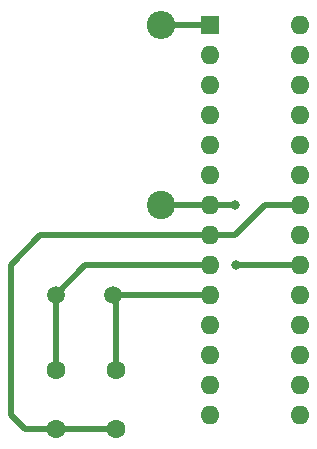
<source format=gbr>
%TF.GenerationSoftware,KiCad,Pcbnew,5.1.9-73d0e3b20d~88~ubuntu18.04.1*%
%TF.CreationDate,2021-02-09T13:12:28+05:30*%
%TF.ProjectId,temperature_sensor_atmega328,74656d70-6572-4617-9475-72655f73656e,rev?*%
%TF.SameCoordinates,Original*%
%TF.FileFunction,Copper,L1,Top*%
%TF.FilePolarity,Positive*%
%FSLAX46Y46*%
G04 Gerber Fmt 4.6, Leading zero omitted, Abs format (unit mm)*
G04 Created by KiCad (PCBNEW 5.1.9-73d0e3b20d~88~ubuntu18.04.1) date 2021-02-09 13:12:28*
%MOMM*%
%LPD*%
G01*
G04 APERTURE LIST*
%TA.AperFunction,ComponentPad*%
%ADD10O,1.600000X1.600000*%
%TD*%
%TA.AperFunction,ComponentPad*%
%ADD11R,1.600000X1.600000*%
%TD*%
%TA.AperFunction,ComponentPad*%
%ADD12O,2.400000X2.400000*%
%TD*%
%TA.AperFunction,ComponentPad*%
%ADD13C,2.400000*%
%TD*%
%TA.AperFunction,ComponentPad*%
%ADD14C,1.500000*%
%TD*%
%TA.AperFunction,ComponentPad*%
%ADD15C,1.600000*%
%TD*%
%TA.AperFunction,ViaPad*%
%ADD16C,0.800000*%
%TD*%
%TA.AperFunction,Conductor*%
%ADD17C,0.500000*%
%TD*%
%TA.AperFunction,Conductor*%
%ADD18C,0.250000*%
%TD*%
G04 APERTURE END LIST*
D10*
%TO.P,U1,28*%
%TO.N,Net-(U1-Pad28)*%
X143890000Y-57200000D03*
%TO.P,U1,14*%
%TO.N,Net-(U1-Pad14)*%
X136270000Y-90220000D03*
%TO.P,U1,27*%
%TO.N,Net-(U1-Pad27)*%
X143890000Y-59740000D03*
%TO.P,U1,13*%
%TO.N,Net-(U1-Pad13)*%
X136270000Y-87680000D03*
%TO.P,U1,26*%
%TO.N,Net-(U1-Pad26)*%
X143890000Y-62280000D03*
%TO.P,U1,12*%
%TO.N,Net-(U1-Pad12)*%
X136270000Y-85140000D03*
%TO.P,U1,25*%
%TO.N,Net-(U1-Pad25)*%
X143890000Y-64820000D03*
%TO.P,U1,11*%
%TO.N,Net-(U1-Pad11)*%
X136270000Y-82600000D03*
%TO.P,U1,24*%
%TO.N,Net-(U1-Pad24)*%
X143890000Y-67360000D03*
%TO.P,U1,10*%
%TO.N,Net-(C2-Pad1)*%
X136270000Y-80060000D03*
%TO.P,U1,23*%
%TO.N,Net-(U1-Pad23)*%
X143890000Y-69900000D03*
%TO.P,U1,9*%
%TO.N,Net-(C1-Pad1)*%
X136270000Y-77520000D03*
%TO.P,U1,22*%
%TO.N,Net-(C1-Pad2)*%
X143890000Y-72440000D03*
%TO.P,U1,8*%
X136270000Y-74980000D03*
%TO.P,U1,21*%
%TO.N,Net-(U1-Pad21)*%
X143890000Y-74980000D03*
%TO.P,U1,7*%
%TO.N,Net-(R1-Pad1)*%
X136270000Y-72440000D03*
%TO.P,U1,20*%
X143890000Y-77520000D03*
%TO.P,U1,6*%
%TO.N,Net-(U1-Pad6)*%
X136270000Y-69900000D03*
%TO.P,U1,19*%
%TO.N,Net-(U1-Pad19)*%
X143890000Y-80060000D03*
%TO.P,U1,5*%
%TO.N,Net-(U1-Pad5)*%
X136270000Y-67360000D03*
%TO.P,U1,18*%
%TO.N,Net-(U1-Pad18)*%
X143890000Y-82600000D03*
%TO.P,U1,4*%
%TO.N,Net-(U1-Pad4)*%
X136270000Y-64820000D03*
%TO.P,U1,17*%
%TO.N,Net-(U1-Pad17)*%
X143890000Y-85140000D03*
%TO.P,U1,3*%
%TO.N,Net-(U1-Pad3)*%
X136270000Y-62280000D03*
%TO.P,U1,16*%
%TO.N,Net-(U1-Pad16)*%
X143890000Y-87680000D03*
%TO.P,U1,2*%
%TO.N,Net-(U1-Pad2)*%
X136270000Y-59740000D03*
%TO.P,U1,15*%
%TO.N,Net-(U1-Pad15)*%
X143890000Y-90220000D03*
D11*
%TO.P,U1,1*%
%TO.N,Net-(R1-Pad2)*%
X136270000Y-57200000D03*
%TD*%
D12*
%TO.P,R1,2*%
%TO.N,Net-(R1-Pad2)*%
X132080000Y-57150000D03*
D13*
%TO.P,R1,1*%
%TO.N,Net-(R1-Pad1)*%
X132080000Y-72390000D03*
%TD*%
D14*
%TO.P,Y1,2*%
%TO.N,Net-(C2-Pad1)*%
X128070000Y-80010000D03*
%TO.P,Y1,1*%
%TO.N,Net-(C1-Pad1)*%
X123190000Y-80010000D03*
%TD*%
D15*
%TO.P,C2,2*%
%TO.N,Net-(C1-Pad2)*%
X128270000Y-91360000D03*
%TO.P,C2,1*%
%TO.N,Net-(C2-Pad1)*%
X128270000Y-86360000D03*
%TD*%
%TO.P,C1,2*%
%TO.N,Net-(C1-Pad2)*%
X123190000Y-91360000D03*
%TO.P,C1,1*%
%TO.N,Net-(C1-Pad1)*%
X123190000Y-86360000D03*
%TD*%
D16*
%TO.N,Net-(R1-Pad1)*%
X138480000Y-77520000D03*
X138380000Y-72440000D03*
%TD*%
D17*
%TO.N,Net-(C1-Pad2)*%
X123190000Y-91360000D02*
X128270000Y-91360000D01*
X136270000Y-74980000D02*
X133400000Y-74980000D01*
X123190000Y-91360000D02*
X120570000Y-91360000D01*
X120570000Y-91360000D02*
X119380000Y-90170000D01*
X119380000Y-90170000D02*
X119380000Y-77470000D01*
X121870000Y-74980000D02*
X136270000Y-74980000D01*
X119380000Y-77470000D02*
X121870000Y-74980000D01*
X136270000Y-74980000D02*
X138380000Y-74980000D01*
X140920000Y-72440000D02*
X143890000Y-72440000D01*
X138380000Y-74980000D02*
X140920000Y-72440000D01*
%TO.N,Net-(C1-Pad1)*%
X123190000Y-86360000D02*
X123190000Y-80010000D01*
X125680000Y-77520000D02*
X123190000Y-80010000D01*
X136270000Y-77520000D02*
X125680000Y-77520000D01*
D18*
%TO.N,Net-(C2-Pad1)*%
X128270000Y-86360000D02*
X128270000Y-81280000D01*
X128270000Y-80210000D02*
X128070000Y-80010000D01*
D17*
X128270000Y-86360000D02*
X128270000Y-80210000D01*
D18*
X128120000Y-80060000D02*
X128070000Y-80010000D01*
D17*
X136270000Y-80060000D02*
X128120000Y-80060000D01*
D18*
%TO.N,Net-(R1-Pad2)*%
X132130000Y-57200000D02*
X132080000Y-57150000D01*
D17*
X136270000Y-57200000D02*
X132130000Y-57200000D01*
%TO.N,Net-(R1-Pad1)*%
X143890000Y-77520000D02*
X138480000Y-77520000D01*
X136270000Y-72440000D02*
X138380000Y-72440000D01*
D18*
X138480000Y-77520000D02*
X138480000Y-77520000D01*
X138380000Y-72440000D02*
X138380000Y-72440000D01*
X132130000Y-72440000D02*
X132080000Y-72390000D01*
D17*
X136270000Y-72440000D02*
X132130000Y-72440000D01*
%TD*%
M02*

</source>
